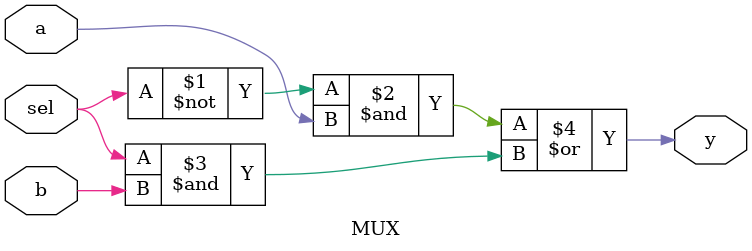
<source format=v>
`timescale 1ns / 1ps


module MUX (
    input a,          // Input 1
    input b,          // Input 2
    input sel,        // Select line
    output  y      // Output
);
    assign y = (~sel & a) | (sel & b);
endmodule

</source>
